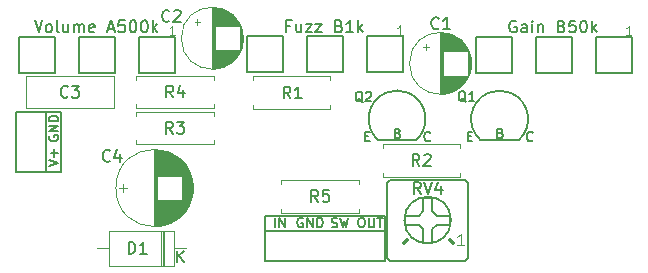
<source format=gbr>
%TF.GenerationSoftware,KiCad,Pcbnew,(5.99.0-7043-g7933935b4a)*%
%TF.CreationDate,2020-11-17T10:52:04+02:00*%
%TF.ProjectId,soul-fuzz,736f756c-2d66-4757-9a7a-2e6b69636164,rev?*%
%TF.SameCoordinates,Original*%
%TF.FileFunction,Legend,Top*%
%TF.FilePolarity,Positive*%
%FSLAX46Y46*%
G04 Gerber Fmt 4.6, Leading zero omitted, Abs format (unit mm)*
G04 Created by KiCad (PCBNEW (5.99.0-7043-g7933935b4a)) date 2020-11-17 10:52:04*
%MOMM*%
%LPD*%
G01*
G04 APERTURE LIST*
%ADD10C,0.150000*%
%ADD11C,0.097536*%
%ADD12C,0.081280*%
%ADD13C,0.127000*%
%ADD14C,0.120000*%
%ADD15C,0.152400*%
%ADD16C,0.304800*%
G04 APERTURE END LIST*
D10*
%TO.C,J2*%
X116636904Y-106881904D02*
X117436904Y-106615238D01*
X116636904Y-106348571D01*
X117132142Y-106081904D02*
X117132142Y-105472380D01*
X117436904Y-105777142D02*
X116827380Y-105777142D01*
X116675000Y-104316523D02*
X116636904Y-104392714D01*
X116636904Y-104507000D01*
X116675000Y-104621285D01*
X116751190Y-104697476D01*
X116827380Y-104735571D01*
X116979761Y-104773666D01*
X117094047Y-104773666D01*
X117246428Y-104735571D01*
X117322619Y-104697476D01*
X117398809Y-104621285D01*
X117436904Y-104507000D01*
X117436904Y-104430809D01*
X117398809Y-104316523D01*
X117360714Y-104278428D01*
X117094047Y-104278428D01*
X117094047Y-104430809D01*
X117436904Y-103935571D02*
X116636904Y-103935571D01*
X117436904Y-103478428D01*
X116636904Y-103478428D01*
X117436904Y-103097476D02*
X116636904Y-103097476D01*
X116636904Y-102907000D01*
X116675000Y-102792714D01*
X116751190Y-102716523D01*
X116827380Y-102678428D01*
X116979761Y-102640333D01*
X117094047Y-102640333D01*
X117246428Y-102678428D01*
X117322619Y-102716523D01*
X117398809Y-102792714D01*
X117436904Y-102907000D01*
X117436904Y-103097476D01*
%TO.C,R4*%
X127183334Y-101072379D02*
X126850001Y-100596189D01*
X126611905Y-101072379D02*
X126611905Y-100072379D01*
X126992858Y-100072379D01*
X127088096Y-100119999D01*
X127135715Y-100167618D01*
X127183334Y-100262856D01*
X127183334Y-100405713D01*
X127135715Y-100500951D01*
X127088096Y-100548570D01*
X126992858Y-100596189D01*
X126611905Y-100596189D01*
X128040477Y-100405713D02*
X128040477Y-101072379D01*
X127802381Y-100024760D02*
X127564286Y-100739046D01*
X128183334Y-100739046D01*
%TO.C,RV2*%
X137095547Y-95019071D02*
X136762214Y-95019071D01*
X136762214Y-95542880D02*
X136762214Y-94542880D01*
X137238404Y-94542880D01*
X138047928Y-94876214D02*
X138047928Y-95542880D01*
X137619357Y-94876214D02*
X137619357Y-95400023D01*
X137666976Y-95495261D01*
X137762214Y-95542880D01*
X137905071Y-95542880D01*
X138000309Y-95495261D01*
X138047928Y-95447642D01*
X138428880Y-94876214D02*
X138952690Y-94876214D01*
X138428880Y-95542880D01*
X138952690Y-95542880D01*
X139238404Y-94876214D02*
X139762214Y-94876214D01*
X139238404Y-95542880D01*
X139762214Y-95542880D01*
X141238404Y-95019071D02*
X141381261Y-95066690D01*
X141428880Y-95114309D01*
X141476500Y-95209547D01*
X141476500Y-95352404D01*
X141428880Y-95447642D01*
X141381261Y-95495261D01*
X141286023Y-95542880D01*
X140905071Y-95542880D01*
X140905071Y-94542880D01*
X141238404Y-94542880D01*
X141333642Y-94590500D01*
X141381261Y-94638119D01*
X141428880Y-94733357D01*
X141428880Y-94828595D01*
X141381261Y-94923833D01*
X141333642Y-94971452D01*
X141238404Y-95019071D01*
X140905071Y-95019071D01*
X142428880Y-95542880D02*
X141857452Y-95542880D01*
X142143166Y-95542880D02*
X142143166Y-94542880D01*
X142047928Y-94685738D01*
X141952690Y-94780976D01*
X141857452Y-94828595D01*
X142857452Y-95542880D02*
X142857452Y-94542880D01*
X142952690Y-95161928D02*
X143238404Y-95542880D01*
X143238404Y-94876214D02*
X142857452Y-95257166D01*
D11*
X146610617Y-95757310D02*
X146169382Y-95757310D01*
X146390000Y-95757310D02*
X146390000Y-94985150D01*
X146316460Y-95095459D01*
X146242921Y-95168998D01*
X146169382Y-95205767D01*
D10*
%TO.C,J1*%
X143050000Y-111286904D02*
X143202380Y-111286904D01*
X143278571Y-111325000D01*
X143354761Y-111401190D01*
X143392857Y-111553571D01*
X143392857Y-111820238D01*
X143354761Y-111972619D01*
X143278571Y-112048809D01*
X143202380Y-112086904D01*
X143050000Y-112086904D01*
X142973809Y-112048809D01*
X142897619Y-111972619D01*
X142859523Y-111820238D01*
X142859523Y-111553571D01*
X142897619Y-111401190D01*
X142973809Y-111325000D01*
X143050000Y-111286904D01*
X143735714Y-111286904D02*
X143735714Y-111934523D01*
X143773809Y-112010714D01*
X143811904Y-112048809D01*
X143888095Y-112086904D01*
X144040476Y-112086904D01*
X144116666Y-112048809D01*
X144154761Y-112010714D01*
X144192857Y-111934523D01*
X144192857Y-111286904D01*
X144459523Y-111286904D02*
X144916666Y-111286904D01*
X144688095Y-112086904D02*
X144688095Y-111286904D01*
X140624285Y-112048809D02*
X140738571Y-112086904D01*
X140929047Y-112086904D01*
X141005238Y-112048809D01*
X141043333Y-112010714D01*
X141081428Y-111934523D01*
X141081428Y-111858333D01*
X141043333Y-111782142D01*
X141005238Y-111744047D01*
X140929047Y-111705952D01*
X140776666Y-111667857D01*
X140700476Y-111629761D01*
X140662380Y-111591666D01*
X140624285Y-111515476D01*
X140624285Y-111439285D01*
X140662380Y-111363095D01*
X140700476Y-111325000D01*
X140776666Y-111286904D01*
X140967142Y-111286904D01*
X141081428Y-111325000D01*
X141348095Y-111286904D02*
X141538571Y-112086904D01*
X141690952Y-111515476D01*
X141843333Y-112086904D01*
X142033809Y-111286904D01*
X138160476Y-111325000D02*
X138084285Y-111286904D01*
X137970000Y-111286904D01*
X137855714Y-111325000D01*
X137779523Y-111401190D01*
X137741428Y-111477380D01*
X137703333Y-111629761D01*
X137703333Y-111744047D01*
X137741428Y-111896428D01*
X137779523Y-111972619D01*
X137855714Y-112048809D01*
X137970000Y-112086904D01*
X138046190Y-112086904D01*
X138160476Y-112048809D01*
X138198571Y-112010714D01*
X138198571Y-111744047D01*
X138046190Y-111744047D01*
X138541428Y-112086904D02*
X138541428Y-111286904D01*
X138998571Y-112086904D01*
X138998571Y-111286904D01*
X139379523Y-112086904D02*
X139379523Y-111286904D01*
X139570000Y-111286904D01*
X139684285Y-111325000D01*
X139760476Y-111401190D01*
X139798571Y-111477380D01*
X139836666Y-111629761D01*
X139836666Y-111744047D01*
X139798571Y-111896428D01*
X139760476Y-111972619D01*
X139684285Y-112048809D01*
X139570000Y-112086904D01*
X139379523Y-112086904D01*
X135810952Y-112086904D02*
X135810952Y-111286904D01*
X136191904Y-112086904D02*
X136191904Y-111286904D01*
X136649047Y-112086904D01*
X136649047Y-111286904D01*
%TO.C,RV1*%
X156227452Y-94610500D02*
X156132214Y-94562880D01*
X155989357Y-94562880D01*
X155846500Y-94610500D01*
X155751261Y-94705738D01*
X155703642Y-94800976D01*
X155656023Y-94991452D01*
X155656023Y-95134309D01*
X155703642Y-95324785D01*
X155751261Y-95420023D01*
X155846500Y-95515261D01*
X155989357Y-95562880D01*
X156084595Y-95562880D01*
X156227452Y-95515261D01*
X156275071Y-95467642D01*
X156275071Y-95134309D01*
X156084595Y-95134309D01*
X157132214Y-95562880D02*
X157132214Y-95039071D01*
X157084595Y-94943833D01*
X156989357Y-94896214D01*
X156798880Y-94896214D01*
X156703642Y-94943833D01*
X157132214Y-95515261D02*
X157036976Y-95562880D01*
X156798880Y-95562880D01*
X156703642Y-95515261D01*
X156656023Y-95420023D01*
X156656023Y-95324785D01*
X156703642Y-95229547D01*
X156798880Y-95181928D01*
X157036976Y-95181928D01*
X157132214Y-95134309D01*
X157608404Y-95562880D02*
X157608404Y-94896214D01*
X157608404Y-94562880D02*
X157560785Y-94610500D01*
X157608404Y-94658119D01*
X157656023Y-94610500D01*
X157608404Y-94562880D01*
X157608404Y-94658119D01*
X158084595Y-94896214D02*
X158084595Y-95562880D01*
X158084595Y-94991452D02*
X158132214Y-94943833D01*
X158227452Y-94896214D01*
X158370309Y-94896214D01*
X158465547Y-94943833D01*
X158513166Y-95039071D01*
X158513166Y-95562880D01*
X160084595Y-95039071D02*
X160227452Y-95086690D01*
X160275071Y-95134309D01*
X160322690Y-95229547D01*
X160322690Y-95372404D01*
X160275071Y-95467642D01*
X160227452Y-95515261D01*
X160132214Y-95562880D01*
X159751261Y-95562880D01*
X159751261Y-94562880D01*
X160084595Y-94562880D01*
X160179833Y-94610500D01*
X160227452Y-94658119D01*
X160275071Y-94753357D01*
X160275071Y-94848595D01*
X160227452Y-94943833D01*
X160179833Y-94991452D01*
X160084595Y-95039071D01*
X159751261Y-95039071D01*
X161227452Y-94562880D02*
X160751261Y-94562880D01*
X160703642Y-95039071D01*
X160751261Y-94991452D01*
X160846500Y-94943833D01*
X161084595Y-94943833D01*
X161179833Y-94991452D01*
X161227452Y-95039071D01*
X161275071Y-95134309D01*
X161275071Y-95372404D01*
X161227452Y-95467642D01*
X161179833Y-95515261D01*
X161084595Y-95562880D01*
X160846500Y-95562880D01*
X160751261Y-95515261D01*
X160703642Y-95467642D01*
X161894119Y-94562880D02*
X161989357Y-94562880D01*
X162084595Y-94610500D01*
X162132214Y-94658119D01*
X162179833Y-94753357D01*
X162227452Y-94943833D01*
X162227452Y-95181928D01*
X162179833Y-95372404D01*
X162132214Y-95467642D01*
X162084595Y-95515261D01*
X161989357Y-95562880D01*
X161894119Y-95562880D01*
X161798880Y-95515261D01*
X161751261Y-95467642D01*
X161703642Y-95372404D01*
X161656023Y-95181928D01*
X161656023Y-94943833D01*
X161703642Y-94753357D01*
X161751261Y-94658119D01*
X161798880Y-94610500D01*
X161894119Y-94562880D01*
X162656023Y-95562880D02*
X162656023Y-94562880D01*
X162751261Y-95181928D02*
X163036976Y-95562880D01*
X163036976Y-94896214D02*
X162656023Y-95277166D01*
D11*
X165980617Y-95777310D02*
X165539382Y-95777310D01*
X165760000Y-95777310D02*
X165760000Y-95005150D01*
X165686460Y-95115459D01*
X165612921Y-95188998D01*
X165539382Y-95225767D01*
D10*
%TO.C,D1*%
X123411904Y-114302380D02*
X123411904Y-113302380D01*
X123650000Y-113302380D01*
X123792857Y-113350000D01*
X123888095Y-113445238D01*
X123935714Y-113540476D01*
X123983333Y-113730952D01*
X123983333Y-113873809D01*
X123935714Y-114064285D01*
X123888095Y-114159523D01*
X123792857Y-114254761D01*
X123650000Y-114302380D01*
X123411904Y-114302380D01*
X124935714Y-114302380D02*
X124364285Y-114302380D01*
X124650000Y-114302380D02*
X124650000Y-113302380D01*
X124554761Y-113445238D01*
X124459523Y-113540476D01*
X124364285Y-113588095D01*
X127538095Y-115042380D02*
X127538095Y-114042380D01*
X128109523Y-115042380D02*
X127680952Y-114470952D01*
X128109523Y-114042380D02*
X127538095Y-114613809D01*
%TO.C,R5*%
X139463333Y-109912380D02*
X139130000Y-109436190D01*
X138891904Y-109912380D02*
X138891904Y-108912380D01*
X139272857Y-108912380D01*
X139368095Y-108960000D01*
X139415714Y-109007619D01*
X139463333Y-109102857D01*
X139463333Y-109245714D01*
X139415714Y-109340952D01*
X139368095Y-109388571D01*
X139272857Y-109436190D01*
X138891904Y-109436190D01*
X140368095Y-108912380D02*
X139891904Y-108912380D01*
X139844285Y-109388571D01*
X139891904Y-109340952D01*
X139987142Y-109293333D01*
X140225238Y-109293333D01*
X140320476Y-109340952D01*
X140368095Y-109388571D01*
X140415714Y-109483809D01*
X140415714Y-109721904D01*
X140368095Y-109817142D01*
X140320476Y-109864761D01*
X140225238Y-109912380D01*
X139987142Y-109912380D01*
X139891904Y-109864761D01*
X139844285Y-109817142D01*
%TO.C,R2*%
X148043333Y-106872380D02*
X147710000Y-106396190D01*
X147471904Y-106872380D02*
X147471904Y-105872380D01*
X147852857Y-105872380D01*
X147948095Y-105920000D01*
X147995714Y-105967619D01*
X148043333Y-106062857D01*
X148043333Y-106205714D01*
X147995714Y-106300952D01*
X147948095Y-106348571D01*
X147852857Y-106396190D01*
X147471904Y-106396190D01*
X148424285Y-105967619D02*
X148471904Y-105920000D01*
X148567142Y-105872380D01*
X148805238Y-105872380D01*
X148900476Y-105920000D01*
X148948095Y-105967619D01*
X148995714Y-106062857D01*
X148995714Y-106158095D01*
X148948095Y-106300952D01*
X148376666Y-106872380D01*
X148995714Y-106872380D01*
%TO.C,C3*%
X118273333Y-100997142D02*
X118225714Y-101044761D01*
X118082857Y-101092380D01*
X117987619Y-101092380D01*
X117844761Y-101044761D01*
X117749523Y-100949523D01*
X117701904Y-100854285D01*
X117654285Y-100663809D01*
X117654285Y-100520952D01*
X117701904Y-100330476D01*
X117749523Y-100235238D01*
X117844761Y-100140000D01*
X117987619Y-100092380D01*
X118082857Y-100092380D01*
X118225714Y-100140000D01*
X118273333Y-100187619D01*
X118606666Y-100092380D02*
X119225714Y-100092380D01*
X118892380Y-100473333D01*
X119035238Y-100473333D01*
X119130476Y-100520952D01*
X119178095Y-100568571D01*
X119225714Y-100663809D01*
X119225714Y-100901904D01*
X119178095Y-100997142D01*
X119130476Y-101044761D01*
X119035238Y-101092380D01*
X118749523Y-101092380D01*
X118654285Y-101044761D01*
X118606666Y-100997142D01*
%TO.C,RV4*%
X148144761Y-109245380D02*
X147811428Y-108769190D01*
X147573333Y-109245380D02*
X147573333Y-108245380D01*
X147954285Y-108245380D01*
X148049523Y-108293000D01*
X148097142Y-108340619D01*
X148144761Y-108435857D01*
X148144761Y-108578714D01*
X148097142Y-108673952D01*
X148049523Y-108721571D01*
X147954285Y-108769190D01*
X147573333Y-108769190D01*
X148430476Y-108245380D02*
X148763809Y-109245380D01*
X149097142Y-108245380D01*
X149859047Y-108578714D02*
X149859047Y-109245380D01*
X149620952Y-108197761D02*
X149382857Y-108912047D01*
X150001904Y-108912047D01*
D12*
X151805320Y-113573038D02*
X151253777Y-113573038D01*
X151529548Y-113573038D02*
X151529548Y-112607838D01*
X151437625Y-112745723D01*
X151345701Y-112837647D01*
X151253777Y-112883609D01*
D10*
%TO.C,RV3*%
X115458404Y-94552880D02*
X115791738Y-95552880D01*
X116125071Y-94552880D01*
X116601261Y-95552880D02*
X116506023Y-95505261D01*
X116458404Y-95457642D01*
X116410785Y-95362404D01*
X116410785Y-95076690D01*
X116458404Y-94981452D01*
X116506023Y-94933833D01*
X116601261Y-94886214D01*
X116744119Y-94886214D01*
X116839357Y-94933833D01*
X116886976Y-94981452D01*
X116934595Y-95076690D01*
X116934595Y-95362404D01*
X116886976Y-95457642D01*
X116839357Y-95505261D01*
X116744119Y-95552880D01*
X116601261Y-95552880D01*
X117506023Y-95552880D02*
X117410785Y-95505261D01*
X117363166Y-95410023D01*
X117363166Y-94552880D01*
X118315547Y-94886214D02*
X118315547Y-95552880D01*
X117886976Y-94886214D02*
X117886976Y-95410023D01*
X117934595Y-95505261D01*
X118029833Y-95552880D01*
X118172690Y-95552880D01*
X118267928Y-95505261D01*
X118315547Y-95457642D01*
X118791738Y-95552880D02*
X118791738Y-94886214D01*
X118791738Y-94981452D02*
X118839357Y-94933833D01*
X118934595Y-94886214D01*
X119077452Y-94886214D01*
X119172690Y-94933833D01*
X119220309Y-95029071D01*
X119220309Y-95552880D01*
X119220309Y-95029071D02*
X119267928Y-94933833D01*
X119363166Y-94886214D01*
X119506023Y-94886214D01*
X119601261Y-94933833D01*
X119648880Y-95029071D01*
X119648880Y-95552880D01*
X120506023Y-95505261D02*
X120410785Y-95552880D01*
X120220309Y-95552880D01*
X120125071Y-95505261D01*
X120077452Y-95410023D01*
X120077452Y-95029071D01*
X120125071Y-94933833D01*
X120220309Y-94886214D01*
X120410785Y-94886214D01*
X120506023Y-94933833D01*
X120553642Y-95029071D01*
X120553642Y-95124309D01*
X120077452Y-95219547D01*
X121696500Y-95267166D02*
X122172690Y-95267166D01*
X121601261Y-95552880D02*
X121934595Y-94552880D01*
X122267928Y-95552880D01*
X123077452Y-94552880D02*
X122601261Y-94552880D01*
X122553642Y-95029071D01*
X122601261Y-94981452D01*
X122696500Y-94933833D01*
X122934595Y-94933833D01*
X123029833Y-94981452D01*
X123077452Y-95029071D01*
X123125071Y-95124309D01*
X123125071Y-95362404D01*
X123077452Y-95457642D01*
X123029833Y-95505261D01*
X122934595Y-95552880D01*
X122696500Y-95552880D01*
X122601261Y-95505261D01*
X122553642Y-95457642D01*
X123744119Y-94552880D02*
X123839357Y-94552880D01*
X123934595Y-94600500D01*
X123982214Y-94648119D01*
X124029833Y-94743357D01*
X124077452Y-94933833D01*
X124077452Y-95171928D01*
X124029833Y-95362404D01*
X123982214Y-95457642D01*
X123934595Y-95505261D01*
X123839357Y-95552880D01*
X123744119Y-95552880D01*
X123648880Y-95505261D01*
X123601261Y-95457642D01*
X123553642Y-95362404D01*
X123506023Y-95171928D01*
X123506023Y-94933833D01*
X123553642Y-94743357D01*
X123601261Y-94648119D01*
X123648880Y-94600500D01*
X123744119Y-94552880D01*
X124696500Y-94552880D02*
X124791738Y-94552880D01*
X124886976Y-94600500D01*
X124934595Y-94648119D01*
X124982214Y-94743357D01*
X125029833Y-94933833D01*
X125029833Y-95171928D01*
X124982214Y-95362404D01*
X124934595Y-95457642D01*
X124886976Y-95505261D01*
X124791738Y-95552880D01*
X124696500Y-95552880D01*
X124601261Y-95505261D01*
X124553642Y-95457642D01*
X124506023Y-95362404D01*
X124458404Y-95171928D01*
X124458404Y-94933833D01*
X124506023Y-94743357D01*
X124553642Y-94648119D01*
X124601261Y-94600500D01*
X124696500Y-94552880D01*
X125458404Y-95552880D02*
X125458404Y-94552880D01*
X125553642Y-95171928D02*
X125839357Y-95552880D01*
X125839357Y-94886214D02*
X125458404Y-95267166D01*
D11*
X127330617Y-95767310D02*
X126889382Y-95767310D01*
X127110000Y-95767310D02*
X127110000Y-94995150D01*
X127036460Y-95105459D01*
X126962921Y-95178998D01*
X126889382Y-95215767D01*
D10*
%TO.C,C1*%
X149673333Y-95207142D02*
X149625714Y-95254761D01*
X149482857Y-95302380D01*
X149387619Y-95302380D01*
X149244761Y-95254761D01*
X149149523Y-95159523D01*
X149101904Y-95064285D01*
X149054285Y-94873809D01*
X149054285Y-94730952D01*
X149101904Y-94540476D01*
X149149523Y-94445238D01*
X149244761Y-94350000D01*
X149387619Y-94302380D01*
X149482857Y-94302380D01*
X149625714Y-94350000D01*
X149673333Y-94397619D01*
X150625714Y-95302380D02*
X150054285Y-95302380D01*
X150340000Y-95302380D02*
X150340000Y-94302380D01*
X150244761Y-94445238D01*
X150149523Y-94540476D01*
X150054285Y-94588095D01*
%TO.C,C2*%
X126873333Y-94587142D02*
X126825714Y-94634761D01*
X126682857Y-94682380D01*
X126587619Y-94682380D01*
X126444761Y-94634761D01*
X126349523Y-94539523D01*
X126301904Y-94444285D01*
X126254285Y-94253809D01*
X126254285Y-94110952D01*
X126301904Y-93920476D01*
X126349523Y-93825238D01*
X126444761Y-93730000D01*
X126587619Y-93682380D01*
X126682857Y-93682380D01*
X126825714Y-93730000D01*
X126873333Y-93777619D01*
X127254285Y-93777619D02*
X127301904Y-93730000D01*
X127397142Y-93682380D01*
X127635238Y-93682380D01*
X127730476Y-93730000D01*
X127778095Y-93777619D01*
X127825714Y-93872857D01*
X127825714Y-93968095D01*
X127778095Y-94110952D01*
X127206666Y-94682380D01*
X127825714Y-94682380D01*
%TO.C,R1*%
X137123333Y-101162380D02*
X136790000Y-100686190D01*
X136551904Y-101162380D02*
X136551904Y-100162380D01*
X136932857Y-100162380D01*
X137028095Y-100210000D01*
X137075714Y-100257619D01*
X137123333Y-100352857D01*
X137123333Y-100495714D01*
X137075714Y-100590952D01*
X137028095Y-100638571D01*
X136932857Y-100686190D01*
X136551904Y-100686190D01*
X138075714Y-101162380D02*
X137504285Y-101162380D01*
X137790000Y-101162380D02*
X137790000Y-100162380D01*
X137694761Y-100305238D01*
X137599523Y-100400476D01*
X137504285Y-100448095D01*
%TO.C,R3*%
X127173333Y-104132380D02*
X126840000Y-103656190D01*
X126601904Y-104132380D02*
X126601904Y-103132380D01*
X126982857Y-103132380D01*
X127078095Y-103180000D01*
X127125714Y-103227619D01*
X127173333Y-103322857D01*
X127173333Y-103465714D01*
X127125714Y-103560952D01*
X127078095Y-103608571D01*
X126982857Y-103656190D01*
X126601904Y-103656190D01*
X127506666Y-103132380D02*
X128125714Y-103132380D01*
X127792380Y-103513333D01*
X127935238Y-103513333D01*
X128030476Y-103560952D01*
X128078095Y-103608571D01*
X128125714Y-103703809D01*
X128125714Y-103941904D01*
X128078095Y-104037142D01*
X128030476Y-104084761D01*
X127935238Y-104132380D01*
X127649523Y-104132380D01*
X127554285Y-104084761D01*
X127506666Y-104037142D01*
%TO.C,Q1*%
X151966309Y-101448095D02*
X151890119Y-101410000D01*
X151813928Y-101333809D01*
X151699642Y-101219523D01*
X151623452Y-101181428D01*
X151547261Y-101181428D01*
X151585357Y-101371904D02*
X151509166Y-101333809D01*
X151432976Y-101257619D01*
X151394880Y-101105238D01*
X151394880Y-100838571D01*
X151432976Y-100686190D01*
X151509166Y-100610000D01*
X151585357Y-100571904D01*
X151737738Y-100571904D01*
X151813928Y-100610000D01*
X151890119Y-100686190D01*
X151928214Y-100838571D01*
X151928214Y-101105238D01*
X151890119Y-101257619D01*
X151813928Y-101333809D01*
X151737738Y-101371904D01*
X151585357Y-101371904D01*
X152690119Y-101371904D02*
X152232976Y-101371904D01*
X152461547Y-101371904D02*
X152461547Y-100571904D01*
X152385357Y-100686190D01*
X152309166Y-100762380D01*
X152232976Y-100800476D01*
X152118571Y-104370857D02*
X152385238Y-104370857D01*
X152499523Y-104789904D02*
X152118571Y-104789904D01*
X152118571Y-103989904D01*
X152499523Y-103989904D01*
X157617619Y-104713714D02*
X157579523Y-104751809D01*
X157465238Y-104789904D01*
X157389047Y-104789904D01*
X157274761Y-104751809D01*
X157198571Y-104675619D01*
X157160476Y-104599428D01*
X157122380Y-104447047D01*
X157122380Y-104332761D01*
X157160476Y-104180380D01*
X157198571Y-104104190D01*
X157274761Y-104028000D01*
X157389047Y-103989904D01*
X157465238Y-103989904D01*
X157579523Y-104028000D01*
X157617619Y-104066095D01*
X154887142Y-104116857D02*
X155001428Y-104154952D01*
X155039523Y-104193047D01*
X155077619Y-104269238D01*
X155077619Y-104383523D01*
X155039523Y-104459714D01*
X155001428Y-104497809D01*
X154925238Y-104535904D01*
X154620476Y-104535904D01*
X154620476Y-103735904D01*
X154887142Y-103735904D01*
X154963333Y-103774000D01*
X155001428Y-103812095D01*
X155039523Y-103888285D01*
X155039523Y-103964476D01*
X155001428Y-104040666D01*
X154963333Y-104078761D01*
X154887142Y-104116857D01*
X154620476Y-104116857D01*
%TO.C,C4*%
X121833333Y-106417142D02*
X121785714Y-106464761D01*
X121642857Y-106512380D01*
X121547619Y-106512380D01*
X121404761Y-106464761D01*
X121309523Y-106369523D01*
X121261904Y-106274285D01*
X121214285Y-106083809D01*
X121214285Y-105940952D01*
X121261904Y-105750476D01*
X121309523Y-105655238D01*
X121404761Y-105560000D01*
X121547619Y-105512380D01*
X121642857Y-105512380D01*
X121785714Y-105560000D01*
X121833333Y-105607619D01*
X122690476Y-105845714D02*
X122690476Y-106512380D01*
X122452380Y-105464761D02*
X122214285Y-106179047D01*
X122833333Y-106179047D01*
%TO.C,Q2*%
X143246309Y-101468095D02*
X143170119Y-101430000D01*
X143093928Y-101353809D01*
X142979642Y-101239523D01*
X142903452Y-101201428D01*
X142827261Y-101201428D01*
X142865357Y-101391904D02*
X142789166Y-101353809D01*
X142712976Y-101277619D01*
X142674880Y-101125238D01*
X142674880Y-100858571D01*
X142712976Y-100706190D01*
X142789166Y-100630000D01*
X142865357Y-100591904D01*
X143017738Y-100591904D01*
X143093928Y-100630000D01*
X143170119Y-100706190D01*
X143208214Y-100858571D01*
X143208214Y-101125238D01*
X143170119Y-101277619D01*
X143093928Y-101353809D01*
X143017738Y-101391904D01*
X142865357Y-101391904D01*
X143512976Y-100668095D02*
X143551071Y-100630000D01*
X143627261Y-100591904D01*
X143817738Y-100591904D01*
X143893928Y-100630000D01*
X143932023Y-100668095D01*
X143970119Y-100744285D01*
X143970119Y-100820476D01*
X143932023Y-100934761D01*
X143474880Y-101391904D01*
X143970119Y-101391904D01*
X148937619Y-104703714D02*
X148899523Y-104741809D01*
X148785238Y-104779904D01*
X148709047Y-104779904D01*
X148594761Y-104741809D01*
X148518571Y-104665619D01*
X148480476Y-104589428D01*
X148442380Y-104437047D01*
X148442380Y-104322761D01*
X148480476Y-104170380D01*
X148518571Y-104094190D01*
X148594761Y-104018000D01*
X148709047Y-103979904D01*
X148785238Y-103979904D01*
X148899523Y-104018000D01*
X148937619Y-104056095D01*
X146207142Y-104106857D02*
X146321428Y-104144952D01*
X146359523Y-104183047D01*
X146397619Y-104259238D01*
X146397619Y-104373523D01*
X146359523Y-104449714D01*
X146321428Y-104487809D01*
X146245238Y-104525904D01*
X145940476Y-104525904D01*
X145940476Y-103725904D01*
X146207142Y-103725904D01*
X146283333Y-103764000D01*
X146321428Y-103802095D01*
X146359523Y-103878285D01*
X146359523Y-103954476D01*
X146321428Y-104030666D01*
X146283333Y-104068761D01*
X146207142Y-104106857D01*
X145940476Y-104106857D01*
X143438571Y-104360857D02*
X143705238Y-104360857D01*
X143819523Y-104779904D02*
X143438571Y-104779904D01*
X143438571Y-103979904D01*
X143819523Y-103979904D01*
D13*
%TO.C,J2*%
X117710000Y-107390000D02*
X116440000Y-107390000D01*
X113900000Y-107390000D02*
X113900000Y-102310000D01*
X116440000Y-102310000D02*
X113900000Y-102310000D01*
X117710000Y-102310000D02*
X116440000Y-102310000D01*
X116440000Y-107390000D02*
X113900000Y-107390000D01*
X117710000Y-102310000D02*
X117710000Y-107390000D01*
X116440000Y-102310000D02*
X116440000Y-107390000D01*
D14*
%TO.C,R4*%
X130620001Y-99249999D02*
X124080001Y-99249999D01*
X130620001Y-101989999D02*
X124080001Y-101989999D01*
X124080001Y-101989999D02*
X124080001Y-101659999D01*
X130620001Y-99579999D02*
X130620001Y-99249999D01*
X130620001Y-101659999D02*
X130620001Y-101989999D01*
X124080001Y-99249999D02*
X124080001Y-99579999D01*
D13*
%TO.C,RV2*%
X143596000Y-95916000D02*
X143596000Y-98964000D01*
X133436000Y-95916000D02*
X136484000Y-95916000D01*
X138516000Y-95916000D02*
X141564000Y-95916000D01*
X133436000Y-98964000D02*
X136484000Y-98964000D01*
X138516000Y-98964000D02*
X141564000Y-98964000D01*
X138516000Y-95916000D02*
X138516000Y-98964000D01*
X143596000Y-95916000D02*
X146644000Y-95916000D01*
X143596000Y-98964000D02*
X146644000Y-98964000D01*
X141564000Y-98964000D02*
X141564000Y-95916000D01*
X133436000Y-95916000D02*
X133436000Y-98964000D01*
X146644000Y-98964000D02*
X146644000Y-95916000D01*
X136484000Y-98964000D02*
X136484000Y-95916000D01*
%TO.C,J1*%
X145120000Y-112360000D02*
X145120000Y-111090000D01*
X145120000Y-114900000D02*
X145120000Y-112360000D01*
X134960000Y-112360000D02*
X145120000Y-112360000D01*
X134960000Y-112360000D02*
X134960000Y-111090000D01*
X145120000Y-114900000D02*
X134960000Y-114900000D01*
X134960000Y-114900000D02*
X134960000Y-112360000D01*
X145120000Y-111090000D02*
X134960000Y-111090000D01*
%TO.C,RV1*%
X166014000Y-98984000D02*
X166014000Y-95936000D01*
X155854000Y-98984000D02*
X155854000Y-95936000D01*
X152806000Y-98984000D02*
X155854000Y-98984000D01*
X162966000Y-95936000D02*
X166014000Y-95936000D01*
X157886000Y-98984000D02*
X160934000Y-98984000D01*
X152806000Y-95936000D02*
X152806000Y-98984000D01*
X162966000Y-95936000D02*
X162966000Y-98984000D01*
X152806000Y-95936000D02*
X155854000Y-95936000D01*
X157886000Y-95936000D02*
X160934000Y-95936000D01*
X157886000Y-95936000D02*
X157886000Y-98984000D01*
X162966000Y-98984000D02*
X166014000Y-98984000D01*
X160934000Y-98984000D02*
X160934000Y-95936000D01*
D14*
%TO.C,D1*%
X126440000Y-115330000D02*
X126440000Y-112390000D01*
X120760000Y-113860000D02*
X121780000Y-113860000D01*
X128240000Y-113860000D02*
X127220000Y-113860000D01*
X126200000Y-115330000D02*
X126200000Y-112390000D01*
X127220000Y-112390000D02*
X121780000Y-112390000D01*
X127220000Y-115330000D02*
X127220000Y-112390000D01*
X121780000Y-115330000D02*
X127220000Y-115330000D01*
X126320000Y-115330000D02*
X126320000Y-112390000D01*
X121780000Y-112390000D02*
X121780000Y-115330000D01*
%TO.C,R5*%
X136360000Y-108090000D02*
X136360000Y-108420000D01*
X142900000Y-108090000D02*
X136360000Y-108090000D01*
X142900000Y-108420000D02*
X142900000Y-108090000D01*
X142900000Y-110830000D02*
X136360000Y-110830000D01*
X136360000Y-110830000D02*
X136360000Y-110500000D01*
X142900000Y-110500000D02*
X142900000Y-110830000D01*
%TO.C,R2*%
X144940000Y-105050000D02*
X151480000Y-105050000D01*
X151480000Y-107790000D02*
X151480000Y-107460000D01*
X151480000Y-105050000D02*
X151480000Y-105380000D01*
X144940000Y-107460000D02*
X144940000Y-107790000D01*
X144940000Y-107790000D02*
X151480000Y-107790000D01*
X144940000Y-105380000D02*
X144940000Y-105050000D01*
%TO.C,C3*%
X114720000Y-102010000D02*
X114720000Y-99270000D01*
X122160000Y-102010000D02*
X114720000Y-102010000D01*
X122160000Y-99270000D02*
X114720000Y-99270000D01*
X122160000Y-102010000D02*
X122160000Y-99270000D01*
D15*
%TO.C,RV4*%
X150645000Y-111841000D02*
X150645000Y-111079000D01*
X149121000Y-110698000D02*
X149121000Y-109555000D01*
X149121000Y-110698000D02*
X149502000Y-111079000D01*
X151915000Y-108031000D02*
X152169000Y-108285000D01*
D16*
X146962000Y-113111000D02*
X146708000Y-113365000D01*
D15*
X149502000Y-111841000D02*
X150645000Y-111841000D01*
X149121000Y-113365000D02*
X149121000Y-112222000D01*
X151915000Y-108031000D02*
X145565000Y-108031000D01*
X145565000Y-114889000D02*
X151915000Y-114889000D01*
X146835000Y-111841000D02*
X147978000Y-111841000D01*
X148359000Y-109555000D02*
X148359000Y-110698000D01*
X152169000Y-114635000D02*
X152169000Y-108285000D01*
X145565000Y-108031000D02*
X145311000Y-108285000D01*
X149121000Y-112222000D02*
X149502000Y-111841000D01*
X145565000Y-114889000D02*
X145311000Y-114635000D01*
X145311000Y-108285000D02*
X145311000Y-114635000D01*
X150645000Y-111079000D02*
X149502000Y-111079000D01*
X149121000Y-109555000D02*
X148359000Y-109555000D01*
X146835000Y-111079000D02*
X146835000Y-111841000D01*
X147978000Y-111841000D02*
X148359000Y-112222000D01*
D16*
X150645000Y-113111000D02*
X150899000Y-113365000D01*
D15*
X148359000Y-110698000D02*
X147978000Y-111079000D01*
X148359000Y-113365000D02*
X149121000Y-113365000D01*
X151915000Y-114889000D02*
X152169000Y-114635000D01*
X148359000Y-112222000D02*
X148359000Y-113365000D01*
X147978000Y-111079000D02*
X146835000Y-111079000D01*
D13*
X150711500Y-111460000D02*
G75*
G03*
X150711500Y-111460000I-1971500J0D01*
G01*
%TO.C,RV3*%
X114156000Y-98974000D02*
X117204000Y-98974000D01*
X114156000Y-95926000D02*
X117204000Y-95926000D01*
X119236000Y-98974000D02*
X122284000Y-98974000D01*
X127364000Y-98974000D02*
X127364000Y-95926000D01*
X122284000Y-98974000D02*
X122284000Y-95926000D01*
X119236000Y-95926000D02*
X119236000Y-98974000D01*
X124316000Y-95926000D02*
X124316000Y-98974000D01*
X119236000Y-95926000D02*
X122284000Y-95926000D01*
X124316000Y-98974000D02*
X127364000Y-98974000D01*
X124316000Y-95926000D02*
X127364000Y-95926000D01*
X117204000Y-98974000D02*
X117204000Y-95926000D01*
X114156000Y-95926000D02*
X114156000Y-98974000D01*
D14*
%TO.C,C1*%
X151341000Y-99230000D02*
X151341000Y-100285000D01*
X151821000Y-96537000D02*
X151821000Y-97150000D01*
X150300000Y-99230000D02*
X150300000Y-100726000D01*
X152021000Y-99230000D02*
X152021000Y-99573000D01*
X150060000Y-99230000D02*
X150060000Y-100759000D01*
X150380000Y-99230000D02*
X150380000Y-100710000D01*
X151741000Y-96447000D02*
X151741000Y-97150000D01*
X151261000Y-99230000D02*
X151261000Y-100339000D01*
X151821000Y-99230000D02*
X151821000Y-99843000D01*
X150781000Y-99230000D02*
X150781000Y-100588000D01*
X151021000Y-95900000D02*
X151021000Y-97150000D01*
X151541000Y-96253000D02*
X151541000Y-97150000D01*
X150260000Y-99230000D02*
X150260000Y-100733000D01*
X150821000Y-99230000D02*
X150821000Y-100572000D01*
X150100000Y-99230000D02*
X150100000Y-100755000D01*
X150340000Y-99230000D02*
X150340000Y-100718000D01*
X150260000Y-95647000D02*
X150260000Y-97150000D01*
X150180000Y-95634000D02*
X150180000Y-97150000D01*
X152141000Y-97012000D02*
X152141000Y-99368000D01*
X150140000Y-95629000D02*
X150140000Y-97150000D01*
X152221000Y-97179000D02*
X152221000Y-99201000D01*
X150180000Y-99230000D02*
X150180000Y-100746000D01*
X152341000Y-97513000D02*
X152341000Y-98867000D01*
X151461000Y-96186000D02*
X151461000Y-97150000D01*
X149900000Y-95611000D02*
X149900000Y-100769000D01*
X151941000Y-99230000D02*
X151941000Y-99690000D01*
X151021000Y-99230000D02*
X151021000Y-100480000D01*
X150981000Y-95880000D02*
X150981000Y-97150000D01*
X150621000Y-99230000D02*
X150621000Y-100645000D01*
X151061000Y-95922000D02*
X151061000Y-97150000D01*
X152061000Y-99230000D02*
X152061000Y-99509000D01*
X150661000Y-99230000D02*
X150661000Y-100632000D01*
X150821000Y-95808000D02*
X150821000Y-97150000D01*
X150941000Y-95861000D02*
X150941000Y-97150000D01*
X151421000Y-99230000D02*
X151421000Y-100225000D01*
X151061000Y-99230000D02*
X151061000Y-100458000D01*
X151541000Y-99230000D02*
X151541000Y-100127000D01*
X151301000Y-99230000D02*
X151301000Y-100312000D01*
X152181000Y-97092000D02*
X152181000Y-99288000D01*
X151861000Y-96585000D02*
X151861000Y-97150000D01*
X149860000Y-95610000D02*
X149860000Y-100770000D01*
X152301000Y-97385000D02*
X152301000Y-98995000D01*
X151341000Y-96095000D02*
X151341000Y-97150000D01*
X148570000Y-96543000D02*
X148570000Y-97043000D01*
X150060000Y-95621000D02*
X150060000Y-97150000D01*
X151861000Y-99230000D02*
X151861000Y-99795000D01*
X151661000Y-96364000D02*
X151661000Y-97150000D01*
X150901000Y-95842000D02*
X150901000Y-97150000D01*
X151581000Y-99230000D02*
X151581000Y-100091000D01*
X150781000Y-95792000D02*
X150781000Y-97150000D01*
X151141000Y-95966000D02*
X151141000Y-97150000D01*
X151221000Y-96015000D02*
X151221000Y-97150000D01*
X151381000Y-99230000D02*
X151381000Y-100255000D01*
X151181000Y-95990000D02*
X151181000Y-97150000D01*
X152101000Y-96939000D02*
X152101000Y-97150000D01*
X151621000Y-99230000D02*
X151621000Y-100054000D01*
X150220000Y-95640000D02*
X150220000Y-97150000D01*
X151461000Y-99230000D02*
X151461000Y-100194000D01*
X151181000Y-99230000D02*
X151181000Y-100390000D01*
X149980000Y-95614000D02*
X149980000Y-100766000D01*
X150140000Y-99230000D02*
X150140000Y-100751000D01*
X151261000Y-96041000D02*
X151261000Y-97150000D01*
X151101000Y-95943000D02*
X151101000Y-97150000D01*
X150220000Y-99230000D02*
X150220000Y-100740000D01*
X152421000Y-97906000D02*
X152421000Y-98474000D01*
X150420000Y-99230000D02*
X150420000Y-100701000D01*
X152381000Y-97672000D02*
X152381000Y-98708000D01*
X150340000Y-95662000D02*
X150340000Y-97150000D01*
X151101000Y-99230000D02*
X151101000Y-100437000D01*
X150020000Y-95617000D02*
X150020000Y-100763000D01*
X150861000Y-95825000D02*
X150861000Y-97150000D01*
X150901000Y-99230000D02*
X150901000Y-100538000D01*
X151901000Y-99230000D02*
X151901000Y-99744000D01*
X150500000Y-99230000D02*
X150500000Y-100681000D01*
X150100000Y-95625000D02*
X150100000Y-97150000D01*
X148320000Y-96793000D02*
X148820000Y-96793000D01*
X150300000Y-95654000D02*
X150300000Y-97150000D01*
X150460000Y-99230000D02*
X150460000Y-100691000D01*
X152101000Y-99230000D02*
X152101000Y-99441000D01*
X150581000Y-99230000D02*
X150581000Y-100658000D01*
X151381000Y-96125000D02*
X151381000Y-97150000D01*
X151741000Y-99230000D02*
X151741000Y-99933000D01*
X151501000Y-96219000D02*
X151501000Y-97150000D01*
X150420000Y-95679000D02*
X150420000Y-97150000D01*
X151301000Y-96068000D02*
X151301000Y-97150000D01*
X151661000Y-99230000D02*
X151661000Y-100016000D01*
X150701000Y-99230000D02*
X150701000Y-100618000D01*
X151421000Y-96155000D02*
X151421000Y-97150000D01*
X151981000Y-96747000D02*
X151981000Y-97150000D01*
X150581000Y-95722000D02*
X150581000Y-97150000D01*
X150741000Y-95776000D02*
X150741000Y-97150000D01*
X150380000Y-95670000D02*
X150380000Y-97150000D01*
X151941000Y-96690000D02*
X151941000Y-97150000D01*
X149820000Y-95610000D02*
X149820000Y-100770000D01*
X151901000Y-96636000D02*
X151901000Y-97150000D01*
X151141000Y-99230000D02*
X151141000Y-100414000D01*
X152061000Y-96871000D02*
X152061000Y-97150000D01*
X150661000Y-95748000D02*
X150661000Y-97150000D01*
X150460000Y-95689000D02*
X150460000Y-97150000D01*
X150621000Y-95735000D02*
X150621000Y-97150000D01*
X151701000Y-96405000D02*
X151701000Y-97150000D01*
X150941000Y-99230000D02*
X150941000Y-100519000D01*
X151621000Y-96326000D02*
X151621000Y-97150000D01*
X150541000Y-95710000D02*
X150541000Y-97150000D01*
X151781000Y-96491000D02*
X151781000Y-97150000D01*
X151581000Y-96289000D02*
X151581000Y-97150000D01*
X149940000Y-95612000D02*
X149940000Y-100768000D01*
X150861000Y-99230000D02*
X150861000Y-100555000D01*
X151501000Y-99230000D02*
X151501000Y-100161000D01*
X152021000Y-96807000D02*
X152021000Y-97150000D01*
X150741000Y-99230000D02*
X150741000Y-100604000D01*
X152261000Y-97275000D02*
X152261000Y-99105000D01*
X151221000Y-99230000D02*
X151221000Y-100365000D01*
X151981000Y-99230000D02*
X151981000Y-99633000D01*
X150541000Y-99230000D02*
X150541000Y-100670000D01*
X151701000Y-99230000D02*
X151701000Y-99975000D01*
X150981000Y-99230000D02*
X150981000Y-100500000D01*
X150701000Y-95762000D02*
X150701000Y-97150000D01*
X151781000Y-99230000D02*
X151781000Y-99889000D01*
X150500000Y-95699000D02*
X150500000Y-97150000D01*
X152440000Y-98190000D02*
G75*
G03*
X152440000Y-98190000I-2620000J0D01*
G01*
%TO.C,C2*%
X133021000Y-95383000D02*
X133021000Y-96737000D01*
X130500000Y-93480000D02*
X130500000Y-98640000D01*
X132541000Y-97100000D02*
X132541000Y-97665000D01*
X131701000Y-93770000D02*
X131701000Y-95020000D01*
X131701000Y-97100000D02*
X131701000Y-98350000D01*
X132621000Y-94560000D02*
X132621000Y-95020000D01*
X131421000Y-93646000D02*
X131421000Y-95020000D01*
X132981000Y-95255000D02*
X132981000Y-96865000D01*
X132461000Y-97100000D02*
X132461000Y-97759000D01*
X131301000Y-97100000D02*
X131301000Y-98515000D01*
X132381000Y-94275000D02*
X132381000Y-95020000D01*
X131581000Y-97100000D02*
X131581000Y-98408000D01*
X132141000Y-94056000D02*
X132141000Y-95020000D01*
X130980000Y-97100000D02*
X130980000Y-98596000D01*
X132501000Y-94407000D02*
X132501000Y-95020000D01*
X132901000Y-95049000D02*
X132901000Y-97071000D01*
X131901000Y-97100000D02*
X131901000Y-98235000D01*
X130980000Y-93524000D02*
X130980000Y-95020000D01*
X131781000Y-93813000D02*
X131781000Y-95020000D01*
X130860000Y-97100000D02*
X130860000Y-98616000D01*
X131341000Y-93618000D02*
X131341000Y-95020000D01*
X132661000Y-97100000D02*
X132661000Y-97503000D01*
X131821000Y-93836000D02*
X131821000Y-95020000D01*
X131741000Y-97100000D02*
X131741000Y-98328000D01*
X132261000Y-94159000D02*
X132261000Y-95020000D01*
X132181000Y-94089000D02*
X132181000Y-95020000D01*
X131020000Y-93532000D02*
X131020000Y-95020000D01*
X131461000Y-97100000D02*
X131461000Y-98458000D01*
X132061000Y-93995000D02*
X132061000Y-95020000D01*
X131180000Y-97100000D02*
X131180000Y-98551000D01*
X130540000Y-93480000D02*
X130540000Y-98640000D01*
X131501000Y-93678000D02*
X131501000Y-95020000D01*
X131020000Y-97100000D02*
X131020000Y-98588000D01*
X132421000Y-94317000D02*
X132421000Y-95020000D01*
X130780000Y-93495000D02*
X130780000Y-95020000D01*
X130700000Y-93487000D02*
X130700000Y-98633000D01*
X131541000Y-93695000D02*
X131541000Y-95020000D01*
X131261000Y-97100000D02*
X131261000Y-98528000D01*
X131981000Y-93938000D02*
X131981000Y-95020000D01*
X132181000Y-97100000D02*
X132181000Y-98031000D01*
X132021000Y-93965000D02*
X132021000Y-95020000D01*
X131421000Y-97100000D02*
X131421000Y-98474000D01*
X132341000Y-94234000D02*
X132341000Y-95020000D01*
X130900000Y-93510000D02*
X130900000Y-95020000D01*
X132061000Y-97100000D02*
X132061000Y-98125000D01*
X131140000Y-93559000D02*
X131140000Y-95020000D01*
X132261000Y-97100000D02*
X132261000Y-97961000D01*
X131060000Y-97100000D02*
X131060000Y-98580000D01*
X130820000Y-93499000D02*
X130820000Y-95020000D01*
X131941000Y-97100000D02*
X131941000Y-98209000D01*
X131261000Y-93592000D02*
X131261000Y-95020000D01*
X131100000Y-93549000D02*
X131100000Y-95020000D01*
X132421000Y-97100000D02*
X132421000Y-97803000D01*
X133061000Y-95542000D02*
X133061000Y-96578000D01*
X132821000Y-94882000D02*
X132821000Y-97238000D01*
X131901000Y-93885000D02*
X131901000Y-95020000D01*
X130900000Y-97100000D02*
X130900000Y-98610000D01*
X132781000Y-94809000D02*
X132781000Y-95020000D01*
X132461000Y-94361000D02*
X132461000Y-95020000D01*
X132941000Y-95145000D02*
X132941000Y-96975000D01*
X132741000Y-94741000D02*
X132741000Y-95020000D01*
X131341000Y-97100000D02*
X131341000Y-98502000D01*
X130580000Y-93481000D02*
X130580000Y-98639000D01*
X131221000Y-97100000D02*
X131221000Y-98540000D01*
X132221000Y-97100000D02*
X132221000Y-97997000D01*
X131661000Y-97100000D02*
X131661000Y-98370000D01*
X131661000Y-93750000D02*
X131661000Y-95020000D01*
X132341000Y-97100000D02*
X132341000Y-97886000D01*
X130940000Y-93517000D02*
X130940000Y-95020000D01*
X131140000Y-97100000D02*
X131140000Y-98561000D01*
X131861000Y-93860000D02*
X131861000Y-95020000D01*
X132581000Y-94506000D02*
X132581000Y-95020000D01*
X132141000Y-97100000D02*
X132141000Y-98064000D01*
X132101000Y-94025000D02*
X132101000Y-95020000D01*
X131741000Y-93792000D02*
X131741000Y-95020000D01*
X132301000Y-94196000D02*
X132301000Y-95020000D01*
X130820000Y-97100000D02*
X130820000Y-98621000D01*
X131060000Y-93540000D02*
X131060000Y-95020000D01*
X132301000Y-97100000D02*
X132301000Y-97924000D01*
X132661000Y-94617000D02*
X132661000Y-95020000D01*
X131861000Y-97100000D02*
X131861000Y-98260000D01*
X130620000Y-93482000D02*
X130620000Y-98638000D01*
X131501000Y-97100000D02*
X131501000Y-98442000D01*
X131941000Y-93911000D02*
X131941000Y-95020000D01*
X132701000Y-94677000D02*
X132701000Y-95020000D01*
X132581000Y-97100000D02*
X132581000Y-97614000D01*
X130740000Y-97100000D02*
X130740000Y-98629000D01*
X131541000Y-97100000D02*
X131541000Y-98425000D01*
X131100000Y-97100000D02*
X131100000Y-98571000D01*
X131381000Y-97100000D02*
X131381000Y-98488000D01*
X132861000Y-94962000D02*
X132861000Y-97158000D01*
X131781000Y-97100000D02*
X131781000Y-98307000D01*
X132101000Y-97100000D02*
X132101000Y-98095000D01*
X132381000Y-97100000D02*
X132381000Y-97845000D01*
X130780000Y-97100000D02*
X130780000Y-98625000D01*
X131221000Y-93580000D02*
X131221000Y-95020000D01*
X132621000Y-97100000D02*
X132621000Y-97560000D01*
X132021000Y-97100000D02*
X132021000Y-98155000D01*
X131981000Y-97100000D02*
X131981000Y-98182000D01*
X130660000Y-93484000D02*
X130660000Y-98636000D01*
X132701000Y-97100000D02*
X132701000Y-97443000D01*
X131180000Y-93569000D02*
X131180000Y-95020000D01*
X131621000Y-93731000D02*
X131621000Y-95020000D01*
X131821000Y-97100000D02*
X131821000Y-98284000D01*
X131461000Y-93662000D02*
X131461000Y-95020000D01*
X129250000Y-94413000D02*
X129250000Y-94913000D01*
X133101000Y-95776000D02*
X133101000Y-96344000D01*
X131301000Y-93605000D02*
X131301000Y-95020000D01*
X132221000Y-94123000D02*
X132221000Y-95020000D01*
X131581000Y-93712000D02*
X131581000Y-95020000D01*
X129000000Y-94663000D02*
X129500000Y-94663000D01*
X132781000Y-97100000D02*
X132781000Y-97311000D01*
X132741000Y-97100000D02*
X132741000Y-97379000D01*
X132541000Y-94455000D02*
X132541000Y-95020000D01*
X132501000Y-97100000D02*
X132501000Y-97713000D01*
X131621000Y-97100000D02*
X131621000Y-98389000D01*
X130860000Y-93504000D02*
X130860000Y-95020000D01*
X130940000Y-97100000D02*
X130940000Y-98603000D01*
X131381000Y-93632000D02*
X131381000Y-95020000D01*
X130740000Y-93491000D02*
X130740000Y-95020000D01*
X133120000Y-96060000D02*
G75*
G03*
X133120000Y-96060000I-2620000J0D01*
G01*
%TO.C,R1*%
X133970000Y-99290000D02*
X133970000Y-99620000D01*
X140510000Y-99620000D02*
X140510000Y-99290000D01*
X140510000Y-102030000D02*
X133970000Y-102030000D01*
X140510000Y-101700000D02*
X140510000Y-102030000D01*
X140510000Y-99290000D02*
X133970000Y-99290000D01*
X133970000Y-102030000D02*
X133970000Y-101700000D01*
%TO.C,R3*%
X130610000Y-102310000D02*
X130610000Y-102640000D01*
X124070000Y-104720000D02*
X124070000Y-105050000D01*
X124070000Y-102310000D02*
X130610000Y-102310000D01*
X124070000Y-102640000D02*
X124070000Y-102310000D01*
X130610000Y-105050000D02*
X130610000Y-104720000D01*
X124070000Y-105050000D02*
X130610000Y-105050000D01*
D15*
%TO.C,Q1*%
X153198700Y-104682017D02*
X156460700Y-104682017D01*
X153860801Y-100694218D02*
G75*
G03*
X153198700Y-104682017I969199J-2209782D01*
G01*
X156460701Y-104682018D02*
G75*
G03*
X155798600Y-100694217I-1631301J1778018D01*
G01*
X155798900Y-100694217D02*
G75*
G03*
X153860500Y-100694217I-969200J-2209800D01*
G01*
D14*
%TO.C,C4*%
X126651000Y-105679000D02*
X126651000Y-107700000D01*
X126210000Y-109780000D02*
X126210000Y-111915000D01*
X126771000Y-105722000D02*
X126771000Y-107700000D01*
X126851000Y-105754000D02*
X126851000Y-107700000D01*
X127331000Y-105998000D02*
X127331000Y-107700000D01*
X127531000Y-109780000D02*
X127531000Y-111347000D01*
X127251000Y-109780000D02*
X127251000Y-111530000D01*
X128251000Y-106850000D02*
X128251000Y-110630000D01*
X127971000Y-106516000D02*
X127971000Y-110964000D01*
X128411000Y-107090000D02*
X128411000Y-110390000D01*
X125810000Y-105516000D02*
X125810000Y-111964000D01*
X127051000Y-109780000D02*
X127051000Y-111636000D01*
X128131000Y-106696000D02*
X128131000Y-110784000D01*
X126210000Y-105565000D02*
X126210000Y-107700000D01*
X126170000Y-105558000D02*
X126170000Y-107700000D01*
X125770000Y-105513000D02*
X125770000Y-111967000D01*
X125970000Y-105529000D02*
X125970000Y-107700000D01*
X127331000Y-109780000D02*
X127331000Y-111482000D01*
X126090000Y-105545000D02*
X126090000Y-107700000D01*
X126971000Y-105806000D02*
X126971000Y-107700000D01*
X127731000Y-106290000D02*
X127731000Y-107700000D01*
X127291000Y-105974000D02*
X127291000Y-107700000D01*
X127651000Y-106224000D02*
X127651000Y-107700000D01*
X127451000Y-109780000D02*
X127451000Y-111404000D01*
X127091000Y-109780000D02*
X127091000Y-111616000D01*
X126851000Y-109780000D02*
X126851000Y-111726000D01*
X128291000Y-106906000D02*
X128291000Y-110574000D01*
X126170000Y-109780000D02*
X126170000Y-111922000D01*
X126451000Y-109780000D02*
X126451000Y-111861000D01*
X126411000Y-105609000D02*
X126411000Y-107700000D01*
X126371000Y-105599000D02*
X126371000Y-107700000D01*
X126811000Y-109780000D02*
X126811000Y-111742000D01*
X126731000Y-109780000D02*
X126731000Y-111773000D01*
X127891000Y-106435000D02*
X127891000Y-107700000D01*
X126571000Y-109780000D02*
X126571000Y-111826000D01*
X125650000Y-105510000D02*
X125650000Y-111970000D01*
X127051000Y-105844000D02*
X127051000Y-107700000D01*
X127931000Y-106475000D02*
X127931000Y-111005000D01*
X128011000Y-106558000D02*
X128011000Y-110922000D01*
X126491000Y-109780000D02*
X126491000Y-111850000D01*
X122958000Y-108425000D02*
X122958000Y-109055000D01*
X128171000Y-106745000D02*
X128171000Y-110735000D01*
X128611000Y-107478000D02*
X128611000Y-110002000D01*
X127691000Y-106256000D02*
X127691000Y-107700000D01*
X127131000Y-105884000D02*
X127131000Y-107700000D01*
X126491000Y-105630000D02*
X126491000Y-107700000D01*
X126531000Y-109780000D02*
X126531000Y-111838000D01*
X126771000Y-109780000D02*
X126771000Y-111758000D01*
X126050000Y-105539000D02*
X126050000Y-107700000D01*
X127011000Y-105824000D02*
X127011000Y-107700000D01*
X126130000Y-109780000D02*
X126130000Y-111929000D01*
X126331000Y-105590000D02*
X126331000Y-107700000D01*
X125890000Y-109780000D02*
X125890000Y-111958000D01*
X127491000Y-106104000D02*
X127491000Y-107700000D01*
X126971000Y-109780000D02*
X126971000Y-111674000D01*
X127291000Y-109780000D02*
X127291000Y-111506000D01*
X128691000Y-107681000D02*
X128691000Y-109799000D01*
X127411000Y-109780000D02*
X127411000Y-111430000D01*
X127851000Y-106397000D02*
X127851000Y-107700000D01*
X126931000Y-109780000D02*
X126931000Y-111692000D01*
X126891000Y-105770000D02*
X126891000Y-107700000D01*
X127171000Y-105906000D02*
X127171000Y-107700000D01*
X125850000Y-109780000D02*
X125850000Y-111962000D01*
X126090000Y-109780000D02*
X126090000Y-111935000D01*
X127811000Y-109780000D02*
X127811000Y-111120000D01*
X127211000Y-105928000D02*
X127211000Y-107700000D01*
X125970000Y-109780000D02*
X125970000Y-111951000D01*
X127891000Y-109780000D02*
X127891000Y-111045000D01*
X127691000Y-109780000D02*
X127691000Y-111224000D01*
X126010000Y-109780000D02*
X126010000Y-111946000D01*
X128331000Y-106964000D02*
X128331000Y-110516000D01*
X128451000Y-107159000D02*
X128451000Y-110321000D01*
X126290000Y-109780000D02*
X126290000Y-111899000D01*
X127251000Y-105950000D02*
X127251000Y-107700000D01*
X128571000Y-107390000D02*
X128571000Y-110090000D01*
X126010000Y-105534000D02*
X126010000Y-107700000D01*
X127451000Y-106076000D02*
X127451000Y-107700000D01*
X126611000Y-109780000D02*
X126611000Y-111814000D01*
X127211000Y-109780000D02*
X127211000Y-111552000D01*
X122643000Y-108740000D02*
X123273000Y-108740000D01*
X128491000Y-107231000D02*
X128491000Y-110249000D01*
X126411000Y-109780000D02*
X126411000Y-111871000D01*
X128371000Y-107026000D02*
X128371000Y-110454000D01*
X126250000Y-109780000D02*
X126250000Y-111907000D01*
X126691000Y-105693000D02*
X126691000Y-107700000D01*
X126651000Y-109780000D02*
X126651000Y-111801000D01*
X126130000Y-105551000D02*
X126130000Y-107700000D01*
X125690000Y-105510000D02*
X125690000Y-111970000D01*
X127171000Y-109780000D02*
X127171000Y-111574000D01*
X128731000Y-107800000D02*
X128731000Y-109680000D01*
X125730000Y-105512000D02*
X125730000Y-111968000D01*
X126331000Y-109780000D02*
X126331000Y-111890000D01*
X127771000Y-109780000D02*
X127771000Y-111156000D01*
X126531000Y-105642000D02*
X126531000Y-107700000D01*
X126691000Y-109780000D02*
X126691000Y-111787000D01*
X127491000Y-109780000D02*
X127491000Y-111376000D01*
X127371000Y-109780000D02*
X127371000Y-111456000D01*
X125610000Y-105510000D02*
X125610000Y-111970000D01*
X127651000Y-109780000D02*
X127651000Y-111256000D01*
X126811000Y-105738000D02*
X126811000Y-107700000D01*
X127411000Y-106050000D02*
X127411000Y-107700000D01*
X128531000Y-107308000D02*
X128531000Y-110172000D01*
X127731000Y-109780000D02*
X127731000Y-111190000D01*
X127371000Y-106024000D02*
X127371000Y-107700000D01*
X126290000Y-105581000D02*
X126290000Y-107700000D01*
X125890000Y-105522000D02*
X125890000Y-107700000D01*
X125930000Y-109780000D02*
X125930000Y-111955000D01*
X126250000Y-105573000D02*
X126250000Y-107700000D01*
X126731000Y-105707000D02*
X126731000Y-107700000D01*
X127571000Y-109780000D02*
X127571000Y-111318000D01*
X128651000Y-107575000D02*
X128651000Y-109905000D01*
X127771000Y-106324000D02*
X127771000Y-107700000D01*
X126371000Y-109780000D02*
X126371000Y-111881000D01*
X126451000Y-105619000D02*
X126451000Y-107700000D01*
X128211000Y-106796000D02*
X128211000Y-110684000D01*
X128771000Y-107938000D02*
X128771000Y-109542000D01*
X127851000Y-109780000D02*
X127851000Y-111083000D01*
X126931000Y-105788000D02*
X126931000Y-107700000D01*
X126050000Y-109780000D02*
X126050000Y-111941000D01*
X128851000Y-108338000D02*
X128851000Y-109142000D01*
X125850000Y-105518000D02*
X125850000Y-107700000D01*
X127571000Y-106162000D02*
X127571000Y-107700000D01*
X128091000Y-106648000D02*
X128091000Y-110832000D01*
X127011000Y-109780000D02*
X127011000Y-111656000D01*
X127611000Y-109780000D02*
X127611000Y-111288000D01*
X127531000Y-106133000D02*
X127531000Y-107700000D01*
X127611000Y-106192000D02*
X127611000Y-107700000D01*
X125930000Y-105525000D02*
X125930000Y-107700000D01*
X126571000Y-105654000D02*
X126571000Y-107700000D01*
X128051000Y-106603000D02*
X128051000Y-110877000D01*
X128811000Y-108107000D02*
X128811000Y-109373000D01*
X127811000Y-106360000D02*
X127811000Y-107700000D01*
X127091000Y-105864000D02*
X127091000Y-107700000D01*
X127131000Y-109780000D02*
X127131000Y-111596000D01*
X126611000Y-105666000D02*
X126611000Y-107700000D01*
X126891000Y-109780000D02*
X126891000Y-111710000D01*
X128880000Y-108740000D02*
G75*
G03*
X128880000Y-108740000I-3270000J0D01*
G01*
D15*
%TO.C,Q2*%
X144518700Y-104672017D02*
X147780700Y-104672017D01*
X147118900Y-100684217D02*
G75*
G03*
X145180500Y-100684217I-969200J-2209800D01*
G01*
X147780701Y-104672018D02*
G75*
G03*
X147118600Y-100684217I-1631301J1778018D01*
G01*
X145180801Y-100684218D02*
G75*
G03*
X144518700Y-104672017I969199J-2209782D01*
G01*
%TD*%
M02*

</source>
